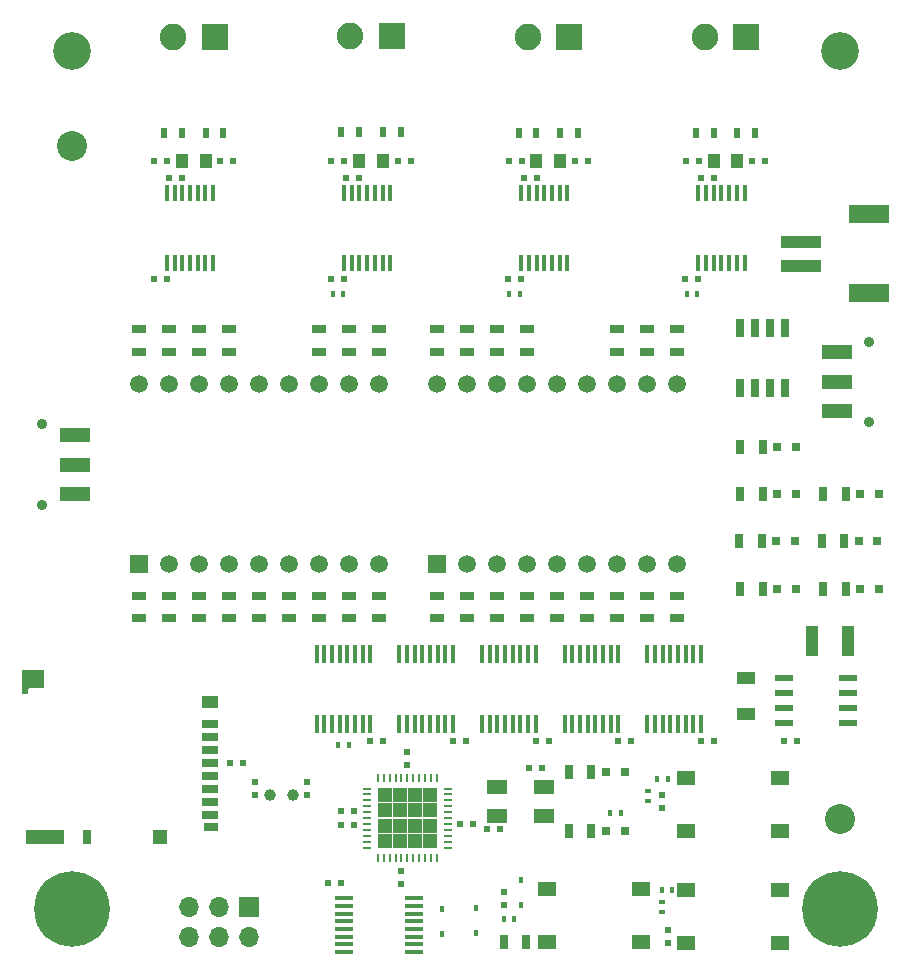
<source format=gbr>
G04 #@! TF.GenerationSoftware,KiCad,Pcbnew,(5.0-dev-4115-gdd04bcb)*
G04 #@! TF.CreationDate,2018-03-20T15:09:56-07:00*
G04 #@! TF.ProjectId,Thermocouple Data Logger,546865726D6F636F75706C6520446174,1*
G04 #@! TF.SameCoordinates,Original*
G04 #@! TF.FileFunction,Soldermask,Top*
G04 #@! TF.FilePolarity,Negative*
%FSLAX46Y46*%
G04 Gerber Fmt 4.6, Leading zero omitted, Abs format (unit mm)*
G04 Created by KiCad (PCBNEW (5.0-dev-4115-gdd04bcb)) date Tuesday, March 20, 2018 at 03:09:56 PM*
%MOMM*%
%LPD*%
G01*
G04 APERTURE LIST*
%ADD10C,0.200000*%
%ADD11C,0.100000*%
%ADD12R,0.800000X1.200000*%
%ADD13R,0.500000X0.500000*%
%ADD14R,1.400000X0.700000*%
%ADD15R,1.200000X0.700000*%
%ADD16R,3.200000X1.200000*%
%ADD17R,1.200000X1.200000*%
%ADD18R,1.400000X1.000000*%
%ADD19R,1.900000X1.500000*%
%ADD20R,1.500000X1.500000*%
%ADD21C,1.500000*%
%ADD22R,0.450000X1.500000*%
%ADD23R,0.700000X0.250000*%
%ADD24R,0.250000X0.700000*%
%ADD25R,1.287500X1.287500*%
%ADD26R,0.600000X0.500000*%
%ADD27C,2.540000*%
%ADD28R,0.500000X0.600000*%
%ADD29R,1.000000X2.500000*%
%ADD30R,1.600000X1.000000*%
%ADD31R,0.800000X0.800000*%
%ADD32R,0.450000X0.600000*%
%ADD33R,3.400000X1.500000*%
%ADD34R,3.500000X1.000000*%
%ADD35C,2.250000*%
%ADD36R,2.250000X2.250000*%
%ADD37O,1.700000X1.700000*%
%ADD38R,1.700000X1.700000*%
%ADD39R,0.500000X0.900000*%
%ADD40R,0.700000X1.300000*%
%ADD41R,1.300000X0.700000*%
%ADD42R,0.400000X0.600000*%
%ADD43R,0.600000X0.400000*%
%ADD44C,0.900000*%
%ADD45R,2.500000X1.250000*%
%ADD46R,1.550000X1.300000*%
%ADD47R,0.760000X1.600000*%
%ADD48R,1.550000X0.600000*%
%ADD49R,0.450000X1.450000*%
%ADD50R,1.500000X0.450000*%
%ADD51R,1.800000X1.200000*%
%ADD52C,1.000000*%
%ADD53C,3.200000*%
%ADD54C,0.800000*%
%ADD55C,6.400000*%
%ADD56R,1.000000X1.250000*%
G04 APERTURE END LIST*
D10*
X110250000Y-110450000D03*
D11*
G36*
X110108579Y-110450000D02*
X110250000Y-110308579D01*
X110391421Y-110450000D01*
X110250000Y-110591421D01*
X110108579Y-110450000D01*
X110108579Y-110450000D01*
G37*
D12*
X115300000Y-123000000D03*
D13*
X110000000Y-110700000D03*
D14*
X125700000Y-121200000D03*
X125700000Y-120100000D03*
X125700000Y-119000000D03*
X125700000Y-117900000D03*
X125700000Y-116800000D03*
X125700000Y-115700000D03*
X125700000Y-114600000D03*
D15*
X125800000Y-122150000D03*
D16*
X111700000Y-123000000D03*
D17*
X121500000Y-123000000D03*
D18*
X125700000Y-111600000D03*
D19*
X110700000Y-109700000D03*
D14*
X125700000Y-113500000D03*
D20*
X119650000Y-99900000D03*
D21*
X122190000Y-99900000D03*
X124730000Y-99900000D03*
X127270000Y-99900000D03*
X129810000Y-99900000D03*
X132350000Y-99900000D03*
X134890000Y-99900000D03*
X137430000Y-99900000D03*
X139970000Y-99900000D03*
X139970000Y-84660000D03*
X137430000Y-84660000D03*
X134890000Y-84660000D03*
X132350000Y-84660000D03*
X129810000Y-84660000D03*
X127270000Y-84660000D03*
X124730000Y-84660000D03*
X122190000Y-84660000D03*
X119650000Y-84660000D03*
D22*
X139275000Y-113450000D03*
X138625000Y-113450000D03*
X137975000Y-113450000D03*
X137325000Y-113450000D03*
X136675000Y-113450000D03*
X136025000Y-113450000D03*
X135375000Y-113450000D03*
X134725000Y-113450000D03*
X134725000Y-107550000D03*
X135375000Y-107550000D03*
X136025000Y-107550000D03*
X136675000Y-107550000D03*
X137325000Y-107550000D03*
X137975000Y-107550000D03*
X138625000Y-107550000D03*
X139275000Y-107550000D03*
D23*
X145806250Y-123931250D03*
X145806250Y-123431250D03*
X145806250Y-122931250D03*
X145806250Y-122431250D03*
X145806250Y-121931250D03*
X145806250Y-121431250D03*
X145806250Y-120931250D03*
X145806250Y-120431250D03*
X145806250Y-119931250D03*
X145806250Y-119431250D03*
X145806250Y-118931250D03*
D24*
X144906250Y-118031250D03*
X144406250Y-118031250D03*
X143906250Y-118031250D03*
X143406250Y-118031250D03*
X142906250Y-118031250D03*
X142406250Y-118031250D03*
X141906250Y-118031250D03*
X141406250Y-118031250D03*
X140906250Y-118031250D03*
X140406250Y-118031250D03*
X139906250Y-118031250D03*
D23*
X139006250Y-118931250D03*
X139006250Y-119431250D03*
X139006250Y-119931250D03*
X139006250Y-120431250D03*
X139006250Y-120931250D03*
X139006250Y-121431250D03*
X139006250Y-121931250D03*
X139006250Y-122431250D03*
X139006250Y-122931250D03*
X139006250Y-123431250D03*
X139006250Y-123931250D03*
D24*
X139906250Y-124831250D03*
X140406250Y-124831250D03*
X140906250Y-124831250D03*
X141406250Y-124831250D03*
X141906250Y-124831250D03*
X142406250Y-124831250D03*
X142906250Y-124831250D03*
X143406250Y-124831250D03*
X143906250Y-124831250D03*
X144406250Y-124831250D03*
X144906250Y-124831250D03*
D25*
X140475000Y-119500000D03*
X140475000Y-120787500D03*
X140475000Y-122075000D03*
X140475000Y-123362500D03*
X141762500Y-119500000D03*
X141762500Y-120787500D03*
X141762500Y-122075000D03*
X141762500Y-123362500D03*
X143050000Y-119500000D03*
X143050000Y-120787500D03*
X143050000Y-122075000D03*
X143050000Y-123362500D03*
X144337500Y-119500000D03*
X144337500Y-120787500D03*
X144337500Y-122075000D03*
X144337500Y-123362500D03*
D26*
X136810000Y-122010000D03*
X137910000Y-122010000D03*
D27*
X114000000Y-64500000D03*
D28*
X133900000Y-119500000D03*
X133900000Y-118400000D03*
X129500000Y-119500000D03*
X129500000Y-118400000D03*
D26*
X149125000Y-122375000D03*
X150225000Y-122375000D03*
X153800000Y-117225000D03*
X152700000Y-117225000D03*
X120975000Y-65775000D03*
X122075000Y-65775000D03*
X127675000Y-65775000D03*
X126575000Y-65775000D03*
X135975000Y-65775000D03*
X137075000Y-65775000D03*
X142675000Y-65775000D03*
X141575000Y-65775000D03*
X150975000Y-65775000D03*
X152075000Y-65775000D03*
X157675000Y-65775000D03*
X156575000Y-65775000D03*
X167075000Y-65775000D03*
X165975000Y-65775000D03*
X171575000Y-65775000D03*
X172675000Y-65775000D03*
X174300000Y-114900000D03*
X175400000Y-114900000D03*
D29*
X176700000Y-106450000D03*
X179700000Y-106450000D03*
D30*
X171110000Y-112590000D03*
X171110000Y-109590000D03*
D31*
X159200000Y-122500000D03*
X160800000Y-122500000D03*
X160800000Y-117500000D03*
X159200000Y-117500000D03*
X173700000Y-90000000D03*
X175300000Y-90000000D03*
X175300000Y-94000000D03*
X173700000Y-94000000D03*
X173600000Y-98000000D03*
X175200000Y-98000000D03*
X175300000Y-102000000D03*
X173700000Y-102000000D03*
X180700000Y-94000000D03*
X182300000Y-94000000D03*
X182200000Y-97990000D03*
X180600000Y-97990000D03*
X180700000Y-102000000D03*
X182300000Y-102000000D03*
D32*
X145351461Y-131228780D03*
X145351461Y-129128780D03*
X148241461Y-131188780D03*
X148241461Y-129088780D03*
X152050000Y-128800000D03*
X152050000Y-126700000D03*
D33*
X181500000Y-70300000D03*
X181500000Y-77000000D03*
D34*
X175750000Y-72650000D03*
X175750000Y-74650000D03*
D35*
X122575000Y-55275000D03*
D36*
X126075000Y-55275000D03*
X141075000Y-55225000D03*
D35*
X137575000Y-55225000D03*
D36*
X156075000Y-55275000D03*
D35*
X152575000Y-55275000D03*
X167575000Y-55275000D03*
D36*
X171075000Y-55275000D03*
D37*
X123920000Y-131540000D03*
X123920000Y-129000000D03*
X126460000Y-131540000D03*
X126460000Y-129000000D03*
X129000000Y-131540000D03*
D38*
X129000000Y-129000000D03*
D39*
X121825000Y-63400000D03*
X123325000Y-63400000D03*
X125325000Y-63400000D03*
X126825000Y-63400000D03*
X136825000Y-63350000D03*
X138325000Y-63350000D03*
X140325000Y-63350000D03*
X141825000Y-63350000D03*
X151825000Y-63400000D03*
X153325000Y-63400000D03*
X155325000Y-63400000D03*
X156825000Y-63400000D03*
X168325000Y-63400000D03*
X166825000Y-63400000D03*
X171825000Y-63400000D03*
X170325000Y-63400000D03*
D40*
X156050000Y-122500000D03*
X157950000Y-122500000D03*
X150547056Y-131937056D03*
X152447056Y-131937056D03*
X156050000Y-117500000D03*
X157950000Y-117500000D03*
D41*
X124740000Y-81950000D03*
X124740000Y-80050000D03*
X127275000Y-80050000D03*
X127275000Y-81950000D03*
X124730000Y-104510000D03*
X124730000Y-102610000D03*
X122190000Y-104510000D03*
X122190000Y-102610000D03*
X119650000Y-104510000D03*
X119650000Y-102610000D03*
X119650000Y-81950000D03*
X119650000Y-80050000D03*
X122190000Y-81950000D03*
X122190000Y-80050000D03*
X127270000Y-102610000D03*
X127270000Y-104510000D03*
X137420000Y-80050000D03*
X137420000Y-81950000D03*
X139970000Y-81950000D03*
X139970000Y-80050000D03*
X137420000Y-104510000D03*
X137420000Y-102610000D03*
X132350000Y-104510000D03*
X132350000Y-102610000D03*
X129810000Y-102610000D03*
X129810000Y-104510000D03*
X134890000Y-80050000D03*
X134890000Y-81950000D03*
X134890000Y-104510000D03*
X134890000Y-102610000D03*
X139970000Y-102610000D03*
X139970000Y-104510000D03*
X149980000Y-80050000D03*
X149980000Y-81950000D03*
X152510000Y-81950000D03*
X152510000Y-80050000D03*
X149970000Y-104510000D03*
X149970000Y-102610000D03*
X147440000Y-102610000D03*
X147440000Y-104510000D03*
X144900000Y-104510000D03*
X144900000Y-102610000D03*
X144900000Y-81950000D03*
X144900000Y-80050000D03*
X147450000Y-80050000D03*
X147450000Y-81950000D03*
X152525000Y-102610000D03*
X152525000Y-104510000D03*
X162680000Y-81950000D03*
X162680000Y-80050000D03*
X165220000Y-81950000D03*
X165220000Y-80050000D03*
X162680000Y-104500000D03*
X162680000Y-102600000D03*
X157600000Y-102610000D03*
X157600000Y-104510000D03*
X155060000Y-104510000D03*
X155060000Y-102610000D03*
X160140000Y-81950000D03*
X160140000Y-80050000D03*
X160150000Y-104510000D03*
X160150000Y-102610000D03*
X165220000Y-104510000D03*
X165220000Y-102610000D03*
D40*
X170600000Y-90000000D03*
X172500000Y-90000000D03*
X172500000Y-94000000D03*
X170600000Y-94000000D03*
X170500000Y-98000000D03*
X172400000Y-98000000D03*
X172500000Y-102000000D03*
X170600000Y-102000000D03*
X177600000Y-94000000D03*
X179500000Y-94000000D03*
X179400000Y-98000000D03*
X177500000Y-98000000D03*
X177600000Y-102000000D03*
X179500000Y-102000000D03*
D42*
X163950000Y-127500000D03*
X164850000Y-127500000D03*
X164450000Y-118100000D03*
X163550000Y-118100000D03*
X160450000Y-121000000D03*
X159550000Y-121000000D03*
X151450000Y-130000000D03*
X150550000Y-130000000D03*
X137450000Y-115250000D03*
X136550000Y-115250000D03*
D43*
X164000000Y-129400000D03*
X164000000Y-128500000D03*
X162800000Y-119100000D03*
X162800000Y-120000000D03*
D42*
X136975000Y-77050000D03*
X136075000Y-77050000D03*
X151050000Y-77050000D03*
X151950000Y-77050000D03*
X166950000Y-77050000D03*
X166050000Y-77050000D03*
D44*
X181500000Y-81100000D03*
X181500000Y-87900000D03*
D45*
X178750000Y-82000000D03*
X178750000Y-84500000D03*
X178750000Y-87000000D03*
X114250000Y-89000000D03*
X114250000Y-91500000D03*
X114250000Y-94000000D03*
D44*
X111500000Y-88100000D03*
X111500000Y-94900000D03*
D46*
X162177056Y-131947056D03*
X162177056Y-127447056D03*
X154217056Y-127447056D03*
X154217056Y-131947056D03*
X166000000Y-132000000D03*
X166000000Y-127500000D03*
X173960000Y-127500000D03*
X173960000Y-132000000D03*
X173960000Y-122500000D03*
X173960000Y-118000000D03*
X166000000Y-118000000D03*
X166000000Y-122500000D03*
D47*
X170595000Y-79960000D03*
X174405000Y-85040000D03*
X171865000Y-79960000D03*
X173135000Y-85040000D03*
X173135000Y-79960000D03*
X171865000Y-85040000D03*
X174405000Y-79960000D03*
X170595000Y-85040000D03*
D48*
X179700000Y-109595000D03*
X179700000Y-110865000D03*
X179700000Y-112135000D03*
X179700000Y-113405000D03*
X174300000Y-113405000D03*
X174300000Y-112135000D03*
X174300000Y-110865000D03*
X174300000Y-109595000D03*
D49*
X125950000Y-68550000D03*
X125300000Y-68550000D03*
X124650000Y-68550000D03*
X124000000Y-68550000D03*
X123350000Y-68550000D03*
X122700000Y-68550000D03*
X122050000Y-68550000D03*
X122050000Y-74450000D03*
X122700000Y-74450000D03*
X123350000Y-74450000D03*
X124000000Y-74450000D03*
X124650000Y-74450000D03*
X125300000Y-74450000D03*
X125950000Y-74450000D03*
X140950000Y-68550000D03*
X140300000Y-68550000D03*
X139650000Y-68550000D03*
X139000000Y-68550000D03*
X138350000Y-68550000D03*
X137700000Y-68550000D03*
X137050000Y-68550000D03*
X137050000Y-74450000D03*
X137700000Y-74450000D03*
X138350000Y-74450000D03*
X139000000Y-74450000D03*
X139650000Y-74450000D03*
X140300000Y-74450000D03*
X140950000Y-74450000D03*
X155950000Y-74450000D03*
X155300000Y-74450000D03*
X154650000Y-74450000D03*
X154000000Y-74450000D03*
X153350000Y-74450000D03*
X152700000Y-74450000D03*
X152050000Y-74450000D03*
X152050000Y-68550000D03*
X152700000Y-68550000D03*
X153350000Y-68550000D03*
X154000000Y-68550000D03*
X154650000Y-68550000D03*
X155300000Y-68550000D03*
X155950000Y-68550000D03*
X170950000Y-74450000D03*
X170300000Y-74450000D03*
X169650000Y-74450000D03*
X169000000Y-74450000D03*
X168350000Y-74450000D03*
X167700000Y-74450000D03*
X167050000Y-74450000D03*
X167050000Y-68550000D03*
X167700000Y-68550000D03*
X168350000Y-68550000D03*
X169000000Y-68550000D03*
X169650000Y-68550000D03*
X170300000Y-68550000D03*
X170950000Y-68550000D03*
D22*
X146275000Y-113450000D03*
X145625000Y-113450000D03*
X144975000Y-113450000D03*
X144325000Y-113450000D03*
X143675000Y-113450000D03*
X143025000Y-113450000D03*
X142375000Y-113450000D03*
X141725000Y-113450000D03*
X141725000Y-107550000D03*
X142375000Y-107550000D03*
X143025000Y-107550000D03*
X143675000Y-107550000D03*
X144325000Y-107550000D03*
X144975000Y-107550000D03*
X145625000Y-107550000D03*
X146275000Y-107550000D03*
X153275000Y-107550000D03*
X152625000Y-107550000D03*
X151975000Y-107550000D03*
X151325000Y-107550000D03*
X150675000Y-107550000D03*
X150025000Y-107550000D03*
X149375000Y-107550000D03*
X148725000Y-107550000D03*
X148725000Y-113450000D03*
X149375000Y-113450000D03*
X150025000Y-113450000D03*
X150675000Y-113450000D03*
X151325000Y-113450000D03*
X151975000Y-113450000D03*
X152625000Y-113450000D03*
X153275000Y-113450000D03*
X160275000Y-107550000D03*
X159625000Y-107550000D03*
X158975000Y-107550000D03*
X158325000Y-107550000D03*
X157675000Y-107550000D03*
X157025000Y-107550000D03*
X156375000Y-107550000D03*
X155725000Y-107550000D03*
X155725000Y-113450000D03*
X156375000Y-113450000D03*
X157025000Y-113450000D03*
X157675000Y-113450000D03*
X158325000Y-113450000D03*
X158975000Y-113450000D03*
X159625000Y-113450000D03*
X160275000Y-113450000D03*
X167275000Y-113450000D03*
X166625000Y-113450000D03*
X165975000Y-113450000D03*
X165325000Y-113450000D03*
X164675000Y-113450000D03*
X164025000Y-113450000D03*
X163375000Y-113450000D03*
X162725000Y-113450000D03*
X162725000Y-107550000D03*
X163375000Y-107550000D03*
X164025000Y-107550000D03*
X164675000Y-107550000D03*
X165325000Y-107550000D03*
X165975000Y-107550000D03*
X166625000Y-107550000D03*
X167275000Y-107550000D03*
D20*
X144900000Y-99900000D03*
D21*
X147440000Y-99900000D03*
X149980000Y-99900000D03*
X152520000Y-99900000D03*
X155060000Y-99900000D03*
X157600000Y-99900000D03*
X160140000Y-99900000D03*
X162680000Y-99900000D03*
X165220000Y-99900000D03*
X165220000Y-84660000D03*
X162680000Y-84660000D03*
X160140000Y-84660000D03*
X157600000Y-84660000D03*
X155060000Y-84660000D03*
X152520000Y-84660000D03*
X149980000Y-84660000D03*
X147440000Y-84660000D03*
X144900000Y-84660000D03*
D50*
X137050000Y-128225000D03*
X137050000Y-128875000D03*
X137050000Y-129525000D03*
X137050000Y-130175000D03*
X137050000Y-130825000D03*
X137050000Y-131475000D03*
X137050000Y-132125000D03*
X137050000Y-132775000D03*
X142950000Y-132775000D03*
X142950000Y-132125000D03*
X142950000Y-131475000D03*
X142950000Y-130825000D03*
X142950000Y-130175000D03*
X142950000Y-129525000D03*
X142950000Y-128875000D03*
X142950000Y-128225000D03*
D51*
X149975000Y-118825000D03*
X153975000Y-118825000D03*
X153975000Y-121225000D03*
X149975000Y-121225000D03*
D52*
X130800000Y-119500000D03*
X132700000Y-119500000D03*
D53*
X179000000Y-56500000D03*
X114000000Y-56500000D03*
D54*
X115697056Y-127402944D03*
X114000000Y-126700000D03*
X112302944Y-127402944D03*
X111600000Y-129100000D03*
X112302944Y-130797056D03*
X114000000Y-131500000D03*
X115697056Y-130797056D03*
X116400000Y-129100000D03*
D55*
X114000000Y-129100000D03*
X179000000Y-129100000D03*
D54*
X181400000Y-129100000D03*
X180697056Y-130797056D03*
X179000000Y-131500000D03*
X177302944Y-130797056D03*
X176600000Y-129100000D03*
X177302944Y-127402944D03*
X179000000Y-126700000D03*
X180697056Y-127402944D03*
D27*
X179000000Y-121500000D03*
D56*
X125325000Y-65775000D03*
X123325000Y-65775000D03*
X138325000Y-65775000D03*
X140325000Y-65775000D03*
X155325000Y-65775000D03*
X153325000Y-65775000D03*
X170325000Y-65775000D03*
X168325000Y-65775000D03*
D28*
X150550000Y-127700000D03*
X150550000Y-128800000D03*
X164450000Y-130900000D03*
X164450000Y-132000000D03*
X164000000Y-120600000D03*
X164000000Y-119500000D03*
X141900000Y-125925000D03*
X141900000Y-127025000D03*
X142400000Y-116950000D03*
X142400000Y-115850000D03*
D26*
X146900000Y-121925000D03*
X148000000Y-121925000D03*
X137900000Y-120850000D03*
X136800000Y-120850000D03*
X123350000Y-67200000D03*
X122250000Y-67200000D03*
X120950000Y-75800000D03*
X122050000Y-75800000D03*
X137250000Y-67200000D03*
X138350000Y-67200000D03*
X137075000Y-75800000D03*
X135975000Y-75800000D03*
X153350000Y-67200000D03*
X152250000Y-67200000D03*
X150950000Y-75800000D03*
X152050000Y-75800000D03*
X168350000Y-67200000D03*
X167250000Y-67200000D03*
X165950000Y-75800000D03*
X167050000Y-75800000D03*
X135700000Y-126900000D03*
X136800000Y-126900000D03*
X127400000Y-116800000D03*
X128500000Y-116800000D03*
X140375000Y-114900000D03*
X139275000Y-114900000D03*
X147375000Y-114900000D03*
X146275000Y-114900000D03*
X154375000Y-114900000D03*
X153275000Y-114900000D03*
X160275000Y-114900000D03*
X161375000Y-114900000D03*
X167275000Y-114900000D03*
X168375000Y-114900000D03*
M02*

</source>
